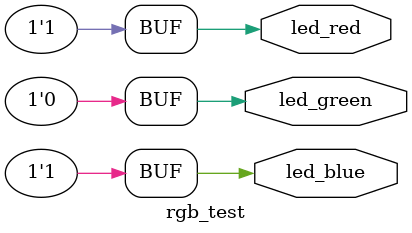
<source format=v>

module rgb_test (output led_blue, 
                 output led_green,
                 output led_red);

//-- Turn on the green signal (inverse logic)
//-- Turn off the red and blue signals (inverse logic)

assign led_red = 1;    //-- RED off
assign led_green = 0;  //-- Green ON
assign led_blue = 1;   //-- Blue off

endmodule

</source>
